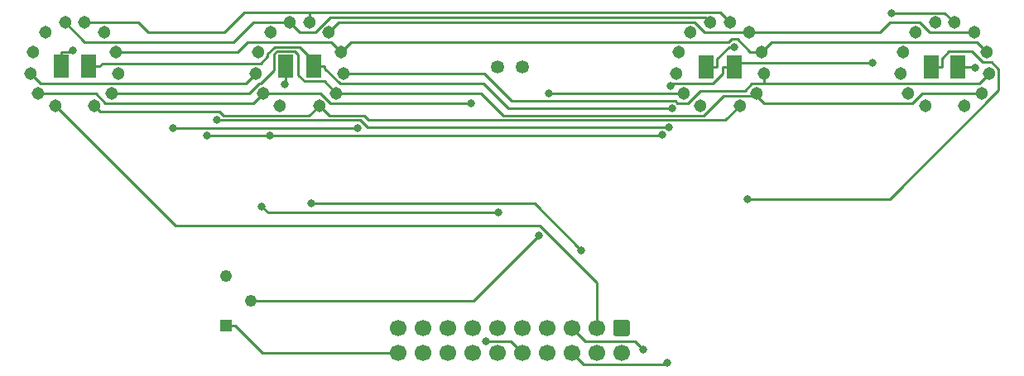
<source format=gtl>
G04 #@! TF.GenerationSoftware,KiCad,Pcbnew,(5.1.7)-1*
G04 #@! TF.CreationDate,2021-11-14T23:49:46-06:00*
G04 #@! TF.ProjectId,in8-2-socket,696e382d-322d-4736-9f63-6b65742e6b69,rev?*
G04 #@! TF.SameCoordinates,Original*
G04 #@! TF.FileFunction,Copper,L1,Top*
G04 #@! TF.FilePolarity,Positive*
%FSLAX46Y46*%
G04 Gerber Fmt 4.6, Leading zero omitted, Abs format (unit mm)*
G04 Created by KiCad (PCBNEW (5.1.7)-1) date 2021-11-14 23:49:46*
%MOMM*%
%LPD*%
G01*
G04 APERTURE LIST*
G04 #@! TA.AperFunction,ComponentPad*
%ADD10C,1.305560*%
G04 #@! TD*
G04 #@! TA.AperFunction,WasherPad*
%ADD11C,1.305560*%
G04 #@! TD*
G04 #@! TA.AperFunction,ComponentPad*
%ADD12C,1.700000*%
G04 #@! TD*
G04 #@! TA.AperFunction,ComponentPad*
%ADD13C,1.346200*%
G04 #@! TD*
G04 #@! TA.AperFunction,SMDPad,CuDef*
%ADD14R,1.600200X2.387600*%
G04 #@! TD*
G04 #@! TA.AperFunction,ComponentPad*
%ADD15R,1.222000X1.222000*%
G04 #@! TD*
G04 #@! TA.AperFunction,ComponentPad*
%ADD16C,1.222000*%
G04 #@! TD*
G04 #@! TA.AperFunction,ViaPad*
%ADD17C,0.800000*%
G04 #@! TD*
G04 #@! TA.AperFunction,Conductor*
%ADD18C,0.250000*%
G04 #@! TD*
G04 APERTURE END LIST*
D10*
X202506020Y-103003160D03*
X200006660Y-99754500D03*
X200255580Y-97506600D03*
X203506780Y-94506860D03*
X205503220Y-94506860D03*
X207504740Y-95507620D03*
X208754420Y-97506600D03*
X209003340Y-99754500D03*
X208254040Y-101753480D03*
X206503980Y-103003160D03*
X200755960Y-101753480D03*
D11*
X201505260Y-95507620D03*
X112500260Y-95502420D03*
D10*
X111750960Y-101748280D03*
X117498980Y-102997960D03*
X119249040Y-101748280D03*
X119998340Y-99749300D03*
X119749420Y-97501400D03*
X118499740Y-95502420D03*
X116498220Y-94501660D03*
X114501780Y-94501660D03*
X111250580Y-97501400D03*
X111001660Y-99749300D03*
X113501020Y-102997960D03*
X136501020Y-102997960D03*
X134001660Y-99749300D03*
X134250580Y-97501400D03*
X137501780Y-94501660D03*
X139498220Y-94501660D03*
X141499740Y-95502420D03*
X142749420Y-97501400D03*
X142998340Y-99749300D03*
X142249040Y-101748280D03*
X140498980Y-102997960D03*
X134750960Y-101748280D03*
D11*
X135500260Y-95502420D03*
D10*
X179506020Y-103003160D03*
X177006660Y-99754500D03*
X177255580Y-97506600D03*
X180506780Y-94506860D03*
X182503220Y-94506860D03*
X184504740Y-95507620D03*
X185754420Y-97506600D03*
X186003340Y-99754500D03*
X185254040Y-101753480D03*
X183503980Y-103003160D03*
X177755960Y-101753480D03*
D11*
X178505260Y-95507620D03*
D12*
X148570000Y-128330000D03*
X151110000Y-128330000D03*
X153650000Y-128330000D03*
X156190000Y-128330000D03*
X158730000Y-128330000D03*
X161270000Y-128330000D03*
X163810000Y-128330000D03*
X166350000Y-128330000D03*
X168890000Y-128330000D03*
X171430000Y-128330000D03*
X148570000Y-125790000D03*
X151110000Y-125790000D03*
X153650000Y-125790000D03*
X156190000Y-125790000D03*
X158730000Y-125790000D03*
X161270000Y-125790000D03*
X163810000Y-125790000D03*
X166350000Y-125790000D03*
X168890000Y-125790000D03*
G04 #@! TA.AperFunction,ComponentPad*
G36*
G01*
X172030000Y-126640000D02*
X170830000Y-126640000D01*
G75*
G02*
X170580000Y-126390000I0J250000D01*
G01*
X170580000Y-125190000D01*
G75*
G02*
X170830000Y-124940000I250000J0D01*
G01*
X172030000Y-124940000D01*
G75*
G02*
X172280000Y-125190000I0J-250000D01*
G01*
X172280000Y-126390000D01*
G75*
G02*
X172030000Y-126640000I-250000J0D01*
G01*
G37*
G04 #@! TD.AperFunction*
D13*
X161270000Y-99000000D03*
X158730000Y-99000000D03*
D14*
X114080000Y-98994800D03*
X116930000Y-98994800D03*
X137080000Y-98994800D03*
X139930000Y-98994800D03*
X180075000Y-99000000D03*
X182925000Y-99000000D03*
X203075000Y-99000000D03*
X205815000Y-99000000D03*
D15*
X131000000Y-125540000D03*
D16*
X133540000Y-123000000D03*
X131000000Y-120460000D03*
D17*
X176617200Y-103281000D03*
X176431800Y-101011100D03*
X207610000Y-99120000D03*
X197100000Y-98610000D03*
X176259700Y-105254300D03*
X130040500Y-104498700D03*
X125548700Y-105299700D03*
X144414900Y-105299700D03*
X157544600Y-127154600D03*
X129056600Y-106100800D03*
X175569500Y-106002700D03*
X135479800Y-106100800D03*
X199000000Y-93500000D03*
X164006900Y-101753500D03*
X156017400Y-102730000D03*
X162974000Y-116324000D03*
X134629000Y-113329000D03*
X158800000Y-113961000D03*
X184320400Y-112578300D03*
X182930900Y-96973600D03*
X137008000Y-100807300D03*
X115266900Y-97316800D03*
X176120900Y-129388300D03*
X139689000Y-112987300D03*
X167328700Y-117798400D03*
X173631100Y-127971900D03*
D18*
X182362300Y-99000000D02*
X182925000Y-99000000D01*
X116930000Y-98994800D02*
X118055400Y-98994800D01*
X140492700Y-98994800D02*
X138480100Y-96982200D01*
X138480100Y-96982200D02*
X135950600Y-96982200D01*
X135950600Y-96982200D02*
X135228800Y-97704000D01*
X135228800Y-97704000D02*
X135228800Y-97965100D01*
X135228800Y-97965100D02*
X134501800Y-98692100D01*
X134501800Y-98692100D02*
X118358100Y-98692100D01*
X118358100Y-98692100D02*
X118055400Y-98994800D01*
X140492700Y-98994800D02*
X141055400Y-98994800D01*
X139930000Y-98994800D02*
X140492700Y-98994800D01*
X176617200Y-103281000D02*
X159811400Y-103281000D01*
X159811400Y-103281000D02*
X157300500Y-100770100D01*
X157300500Y-100770100D02*
X142621200Y-100770100D01*
X142621200Y-100770100D02*
X141055400Y-99204300D01*
X141055400Y-99204300D02*
X141055400Y-98994800D01*
X182362300Y-99000000D02*
X181799600Y-99000000D01*
X176431800Y-101011100D02*
X176672800Y-100770100D01*
X176672800Y-100770100D02*
X180768000Y-100770100D01*
X180768000Y-100770100D02*
X181799600Y-99738500D01*
X181799600Y-99738500D02*
X181799600Y-99000000D01*
X207490000Y-99000000D02*
X207610000Y-99120000D01*
X205815000Y-99000000D02*
X207490000Y-99000000D01*
X183315000Y-98610000D02*
X182925000Y-99000000D01*
X197100000Y-98610000D02*
X183315000Y-98610000D01*
X131000000Y-125540000D02*
X131936000Y-125540000D01*
X131936000Y-125540000D02*
X134726000Y-128330000D01*
X134726000Y-128330000D02*
X148570000Y-128330000D01*
X130040500Y-104498700D02*
X144689900Y-104498700D01*
X144689900Y-104498700D02*
X145445500Y-105254300D01*
X145445500Y-105254300D02*
X176259700Y-105254300D01*
X111001700Y-99749300D02*
X112022500Y-100770100D01*
X112022500Y-100770100D02*
X132980900Y-100770100D01*
X132980900Y-100770100D02*
X134001700Y-99749300D01*
X137501800Y-94501700D02*
X133723400Y-94501700D01*
X133723400Y-94501700D02*
X131701900Y-96523200D01*
X131701900Y-96523200D02*
X116523300Y-96523200D01*
X116523300Y-96523200D02*
X114501800Y-94501700D01*
X137501800Y-94501700D02*
X138496800Y-95496700D01*
X138496800Y-95496700D02*
X140114000Y-95496700D01*
X140114000Y-95496700D02*
X141620000Y-93990700D01*
X141620000Y-93990700D02*
X179990600Y-93990700D01*
X179990600Y-93990700D02*
X180506800Y-94506900D01*
X141499700Y-95502400D02*
X142506200Y-94495900D01*
X142506200Y-94495900D02*
X178915900Y-94495900D01*
X178915900Y-94495900D02*
X179927600Y-95507600D01*
X179927600Y-95507600D02*
X184504700Y-95507600D01*
X184504700Y-95507600D02*
X197861700Y-95507600D01*
X197861700Y-95507600D02*
X198873400Y-94495900D01*
X198873400Y-94495900D02*
X201915900Y-94495900D01*
X201915900Y-94495900D02*
X202927600Y-95507600D01*
X202927600Y-95507600D02*
X207504700Y-95507600D01*
X144414900Y-105299700D02*
X125548700Y-105299700D01*
X186003300Y-100732700D02*
X184769000Y-100732700D01*
X184769000Y-100732700D02*
X184035600Y-101466100D01*
X184035600Y-101466100D02*
X179497500Y-101466100D01*
X179497500Y-101466100D02*
X178229200Y-102734400D01*
X178229200Y-102734400D02*
X177135500Y-102734400D01*
X177135500Y-102734400D02*
X176949000Y-102547900D01*
X176949000Y-102547900D02*
X160210900Y-102547900D01*
X160210900Y-102547900D02*
X157412300Y-99749300D01*
X157412300Y-99749300D02*
X142998300Y-99749300D01*
X209003300Y-99754500D02*
X208025100Y-100732700D01*
X208025100Y-100732700D02*
X186003300Y-100732700D01*
X186003300Y-99754500D02*
X186003300Y-100732700D01*
X183504000Y-103003200D02*
X182008500Y-104498700D01*
X182008500Y-104498700D02*
X145552100Y-104498700D01*
X145552100Y-104498700D02*
X145101800Y-104048400D01*
X145101800Y-104048400D02*
X141549400Y-104048400D01*
X141549400Y-104048400D02*
X140499000Y-102998000D01*
X140499000Y-102998000D02*
X139471200Y-104025800D01*
X139471200Y-104025800D02*
X130697000Y-104025800D01*
X130697000Y-104025800D02*
X130280300Y-103609100D01*
X130280300Y-103609100D02*
X118110100Y-103609100D01*
X118110100Y-103609100D02*
X117499000Y-102998000D01*
X161270000Y-128330000D02*
X160094600Y-127154600D01*
X160094600Y-127154600D02*
X157544600Y-127154600D01*
X135479800Y-106100800D02*
X175471400Y-106100800D01*
X175471400Y-106100800D02*
X175569500Y-106002700D01*
X135479800Y-106100800D02*
X129056600Y-106100800D01*
X182503200Y-94506900D02*
X181483000Y-93486700D01*
X181483000Y-93486700D02*
X139498200Y-93486700D01*
X139498200Y-93486700D02*
X139498200Y-94501700D01*
X204496360Y-93500000D02*
X199000000Y-93500000D01*
X205503220Y-94506860D02*
X204496360Y-93500000D01*
X130825000Y-95500000D02*
X132838300Y-93486700D01*
X132838300Y-93486700D02*
X139498200Y-93486700D01*
X123000000Y-95500000D02*
X130825000Y-95500000D01*
X122001700Y-94501700D02*
X123000000Y-95500000D01*
X116498200Y-94501700D02*
X122001700Y-94501700D01*
X185754400Y-97506600D02*
X184578900Y-97506600D01*
X184578900Y-97506600D02*
X183276000Y-96203700D01*
X183276000Y-96203700D02*
X182675100Y-96203700D01*
X182675100Y-96203700D02*
X182355600Y-96523200D01*
X182355600Y-96523200D02*
X143727600Y-96523200D01*
X143727600Y-96523200D02*
X142749400Y-97501400D01*
X142749400Y-97501400D02*
X141728500Y-96480500D01*
X141728500Y-96480500D02*
X133139000Y-96480500D01*
X133139000Y-96480500D02*
X132118100Y-97501400D01*
X132118100Y-97501400D02*
X119749400Y-97501400D01*
X185754400Y-97506600D02*
X186775200Y-96485800D01*
X186775200Y-96485800D02*
X207733600Y-96485800D01*
X207733600Y-96485800D02*
X208754400Y-97506600D01*
X185254000Y-102001900D02*
X181890600Y-102001900D01*
X181890600Y-102001900D02*
X179844100Y-104048400D01*
X179844100Y-104048400D02*
X159329000Y-104048400D01*
X159329000Y-104048400D02*
X157028900Y-101748300D01*
X157028900Y-101748300D02*
X142249000Y-101748300D01*
X208254000Y-101753500D02*
X202177800Y-101753500D01*
X202177800Y-101753500D02*
X201156900Y-102774400D01*
X201156900Y-102774400D02*
X186026500Y-102774400D01*
X186026500Y-102774400D02*
X185254000Y-102001900D01*
X185254000Y-102001900D02*
X185254000Y-101753500D01*
X142249000Y-101748300D02*
X141014600Y-100513900D01*
X141014600Y-100513900D02*
X138995100Y-100513900D01*
X138995100Y-100513900D02*
X138354300Y-99873100D01*
X138354300Y-99873100D02*
X138354300Y-97806000D01*
X138354300Y-97806000D02*
X137983000Y-97434700D01*
X137983000Y-97434700D02*
X136179600Y-97434700D01*
X136179600Y-97434700D02*
X135910700Y-97703600D01*
X135910700Y-97703600D02*
X135910700Y-99337800D01*
X135910700Y-99337800D02*
X134521000Y-100727500D01*
X134521000Y-100727500D02*
X134388500Y-100727500D01*
X134388500Y-100727500D02*
X133367700Y-101748300D01*
X133367700Y-101748300D02*
X119249000Y-101748300D01*
X164006900Y-101753500D02*
X177756000Y-101753500D01*
X134751000Y-101748300D02*
X140647800Y-101748300D01*
X140647800Y-101748300D02*
X141629500Y-102730000D01*
X141629500Y-102730000D02*
X156017400Y-102730000D01*
X111751000Y-101748300D02*
X117647800Y-101748300D01*
X117647800Y-101748300D02*
X118636500Y-102737000D01*
X118636500Y-102737000D02*
X133762300Y-102737000D01*
X133762300Y-102737000D02*
X134751000Y-101748300D01*
X133540000Y-123000000D02*
X156298000Y-123000000D01*
X156298000Y-123000000D02*
X162974000Y-116324000D01*
X134629000Y-113329000D02*
X135261000Y-113961000D01*
X135261000Y-113961000D02*
X158800000Y-113961000D01*
X203075000Y-99000000D02*
X204200400Y-99000000D01*
X204200400Y-99000000D02*
X204200400Y-98155900D01*
X204200400Y-98155900D02*
X204895300Y-97461000D01*
X204895300Y-97461000D02*
X207226600Y-97461000D01*
X207226600Y-97461000D02*
X208329300Y-98563700D01*
X208329300Y-98563700D02*
X209262900Y-98563700D01*
X209262900Y-98563700D02*
X209988600Y-99289400D01*
X209988600Y-99289400D02*
X209988600Y-101433900D01*
X209988600Y-101433900D02*
X198844200Y-112578300D01*
X198844200Y-112578300D02*
X184320400Y-112578300D01*
X182930900Y-96973600D02*
X182412500Y-96973600D01*
X182412500Y-96973600D02*
X181200400Y-98185700D01*
X181200400Y-98185700D02*
X181200400Y-99000000D01*
X180075000Y-99000000D02*
X181200400Y-99000000D01*
X137080000Y-98994800D02*
X137080000Y-100735300D01*
X137080000Y-100735300D02*
X137008000Y-100807300D01*
X115266900Y-97316800D02*
X115108000Y-97475700D01*
X115108000Y-97475700D02*
X114080000Y-97475700D01*
X114080000Y-98994800D02*
X114080000Y-97475700D01*
X166350000Y-128330000D02*
X167574100Y-129554100D01*
X167574100Y-129554100D02*
X175955100Y-129554100D01*
X175955100Y-129554100D02*
X176120900Y-129388300D01*
X167328700Y-117798400D02*
X162517600Y-112987300D01*
X162517600Y-112987300D02*
X139689000Y-112987300D01*
X166350000Y-125790000D02*
X167714600Y-127154600D01*
X167714600Y-127154600D02*
X172813800Y-127154600D01*
X172813800Y-127154600D02*
X173631100Y-127971900D01*
X168890000Y-125790000D02*
X168890000Y-121142000D01*
X168890000Y-121142000D02*
X163056400Y-115308400D01*
X163056400Y-115308400D02*
X125811400Y-115308400D01*
X125811400Y-115308400D02*
X113501000Y-102998000D01*
M02*

</source>
